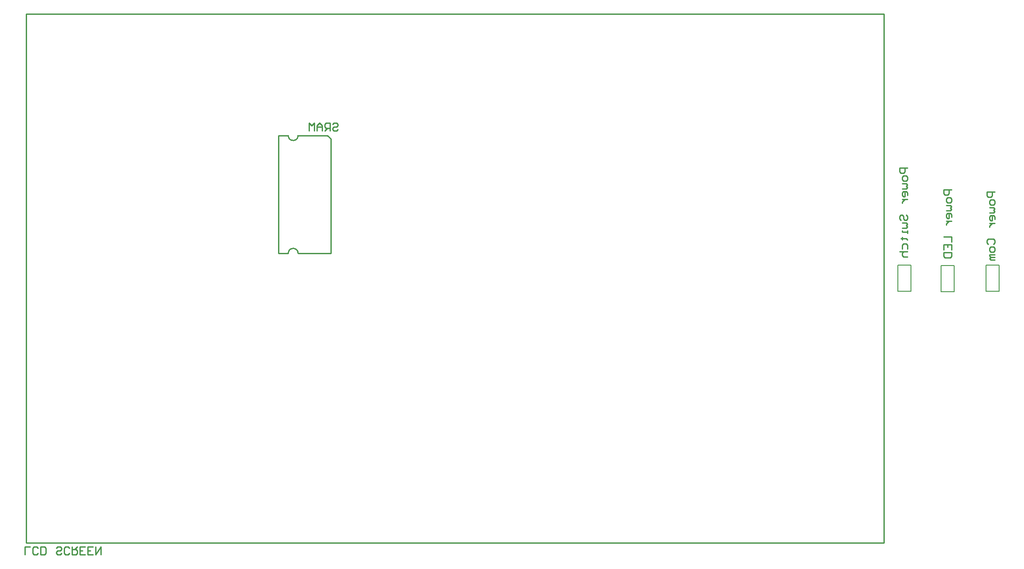
<source format=gbo>
G04*
G04 #@! TF.GenerationSoftware,Altium Limited,Altium Designer,18.1.6 (161)*
G04*
G04 Layer_Color=32896*
%FSLAX25Y25*%
%MOIN*%
G70*
G01*
G75*
%ADD11C,0.00787*%
%ADD13C,0.01000*%
%ADD62C,0.00500*%
D11*
X965000Y339500D02*
X975000D01*
X965000Y319500D02*
Y339500D01*
Y319500D02*
X975000D01*
Y339500D01*
X1008106Y319063D02*
Y339063D01*
X998106Y319063D02*
X1008106D01*
X998106D02*
Y339063D01*
X1008106D01*
X1042500Y319500D02*
Y339500D01*
X1032500Y319500D02*
X1042500D01*
X1032500D02*
Y339500D01*
X1042500D01*
D13*
X507000Y348500D02*
G03*
X499500Y348500I-3750J0D01*
G01*
Y438500D02*
G03*
X507000Y438500I3750J0D01*
G01*
X492000Y438500D02*
X499500D01*
X507000D02*
X529500D01*
X492000Y348500D02*
Y438500D01*
Y348500D02*
X499500D01*
X507000D02*
X532000D01*
Y436000D01*
X529500Y438500D02*
X532000Y436000D01*
X299500Y127000D02*
Y531500D01*
Y127000D02*
X954500D01*
Y531500D01*
X299500D02*
X954500D01*
X298500Y118002D02*
Y124000D01*
X302499D01*
X308497Y119002D02*
X307497Y118002D01*
X305498D01*
X304498Y119002D01*
Y123000D01*
X305498Y124000D01*
X307497D01*
X308497Y123000D01*
X310496Y118002D02*
Y124000D01*
X313495D01*
X314495Y123000D01*
Y119002D01*
X313495Y118002D01*
X310496D01*
X326491Y119002D02*
X325491Y118002D01*
X323492D01*
X322492Y119002D01*
Y120001D01*
X323492Y121001D01*
X325491D01*
X326491Y122001D01*
Y123000D01*
X325491Y124000D01*
X323492D01*
X322492Y123000D01*
X332489Y119002D02*
X331489Y118002D01*
X329490D01*
X328490Y119002D01*
Y123000D01*
X329490Y124000D01*
X331489D01*
X332489Y123000D01*
X334488Y124000D02*
Y118002D01*
X337487D01*
X338487Y119002D01*
Y121001D01*
X337487Y122001D01*
X334488D01*
X336488D02*
X338487Y124000D01*
X344485Y118002D02*
X340486D01*
Y124000D01*
X344485D01*
X340486Y121001D02*
X342486D01*
X350483Y118002D02*
X346484D01*
Y124000D01*
X350483D01*
X346484Y121001D02*
X348484D01*
X352483Y124000D02*
Y118002D01*
X356481Y124000D01*
Y118002D01*
X972500Y413882D02*
X966502D01*
Y410883D01*
X967502Y409883D01*
X969501D01*
X970501Y410883D01*
Y413882D01*
X972500Y406884D02*
Y404885D01*
X971500Y403885D01*
X969501D01*
X968501Y404885D01*
Y406884D01*
X969501Y407884D01*
X971500D01*
X972500Y406884D01*
X968501Y401886D02*
X971500D01*
X972500Y400886D01*
X971500Y399886D01*
X972500Y398887D01*
X971500Y397887D01*
X968501D01*
X972500Y392889D02*
Y394888D01*
X971500Y395888D01*
X969501D01*
X968501Y394888D01*
Y392889D01*
X969501Y391889D01*
X970501D01*
Y395888D01*
X968501Y389890D02*
X972500D01*
X970501D01*
X969501Y388890D01*
X968501Y387890D01*
Y386891D01*
X967502Y373895D02*
X966502Y374894D01*
Y376894D01*
X967502Y377893D01*
X968501D01*
X969501Y376894D01*
Y374894D01*
X970501Y373895D01*
X971500D01*
X972500Y374894D01*
Y376894D01*
X971500Y377893D01*
X968501Y371895D02*
X971500D01*
X972500Y370896D01*
X971500Y369896D01*
X972500Y368896D01*
X971500Y367897D01*
X968501D01*
X972500Y365897D02*
Y363898D01*
Y364898D01*
X968501D01*
Y365897D01*
X967502Y359899D02*
X968501D01*
Y360899D01*
Y358900D01*
Y359899D01*
X971500D01*
X972500Y358900D01*
X968501Y351902D02*
Y354901D01*
X969501Y355901D01*
X971500D01*
X972500Y354901D01*
Y351902D01*
X966502Y349903D02*
X972500D01*
X969501D01*
X968501Y348903D01*
Y346903D01*
X969501Y345904D01*
X972500D01*
X1006000Y397000D02*
X1000002D01*
Y394001D01*
X1001002Y393001D01*
X1003001D01*
X1004001Y394001D01*
Y397000D01*
X1006000Y390002D02*
Y388003D01*
X1005000Y387003D01*
X1003001D01*
X1002001Y388003D01*
Y390002D01*
X1003001Y391002D01*
X1005000D01*
X1006000Y390002D01*
X1002001Y385004D02*
X1005000D01*
X1006000Y384004D01*
X1005000Y383004D01*
X1006000Y382005D01*
X1005000Y381005D01*
X1002001D01*
X1006000Y376007D02*
Y378006D01*
X1005000Y379006D01*
X1003001D01*
X1002001Y378006D01*
Y376007D01*
X1003001Y375007D01*
X1004001D01*
Y379006D01*
X1002001Y373008D02*
X1006000D01*
X1004001D01*
X1003001Y372008D01*
X1002001Y371008D01*
Y370009D01*
X1000002Y361012D02*
X1006000D01*
Y357013D01*
X1000002Y351015D02*
Y355014D01*
X1006000D01*
Y351015D01*
X1003001Y355014D02*
Y353014D01*
X1000002Y349015D02*
X1006000D01*
Y346017D01*
X1005000Y345017D01*
X1001002D01*
X1000002Y346017D01*
Y349015D01*
X1039000Y395500D02*
X1033002D01*
Y392501D01*
X1034002Y391501D01*
X1036001D01*
X1037001Y392501D01*
Y395500D01*
X1039000Y388502D02*
Y386503D01*
X1038000Y385503D01*
X1036001D01*
X1035001Y386503D01*
Y388502D01*
X1036001Y389502D01*
X1038000D01*
X1039000Y388502D01*
X1035001Y383504D02*
X1038000D01*
X1039000Y382504D01*
X1038000Y381505D01*
X1039000Y380505D01*
X1038000Y379505D01*
X1035001D01*
X1039000Y374507D02*
Y376506D01*
X1038000Y377506D01*
X1036001D01*
X1035001Y376506D01*
Y374507D01*
X1036001Y373507D01*
X1037001D01*
Y377506D01*
X1035001Y371508D02*
X1039000D01*
X1037001D01*
X1036001Y370508D01*
X1035001Y369508D01*
Y368509D01*
X1034002Y355513D02*
X1033002Y356513D01*
Y358512D01*
X1034002Y359512D01*
X1038000D01*
X1039000Y358512D01*
Y356513D01*
X1038000Y355513D01*
X1039000Y352514D02*
Y350515D01*
X1038000Y349515D01*
X1036001D01*
X1035001Y350515D01*
Y352514D01*
X1036001Y353514D01*
X1038000D01*
X1039000Y352514D01*
Y347516D02*
X1035001D01*
Y346516D01*
X1036001Y345516D01*
X1039000D01*
X1036001D01*
X1035001Y344516D01*
X1036001Y343517D01*
X1039000D01*
X533501Y446998D02*
X534501Y447998D01*
X536500D01*
X537500Y446998D01*
Y445999D01*
X536500Y444999D01*
X534501D01*
X533501Y443999D01*
Y443000D01*
X534501Y442000D01*
X536500D01*
X537500Y443000D01*
X531502Y442000D02*
Y447998D01*
X528503D01*
X527503Y446998D01*
Y444999D01*
X528503Y443999D01*
X531502D01*
X529502D02*
X527503Y442000D01*
X525504D02*
Y445999D01*
X523504Y447998D01*
X521505Y445999D01*
Y442000D01*
Y444999D01*
X525504D01*
X519506Y442000D02*
Y447998D01*
X517506Y445999D01*
X515507Y447998D01*
Y442000D01*
D62*
X532000Y349760D02*
Y436000D01*
M02*

</source>
